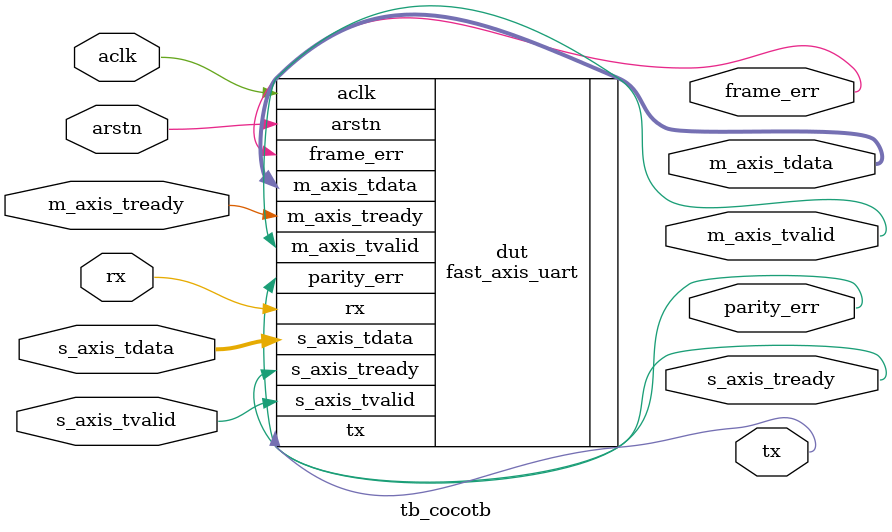
<source format=v>

`timescale 1ns/100ps

/*
 * Module: tb_cocotb
 *
 * Test bench for axis uart.
 *
* Parameters:
 *
 *   BAUD_CLOCK_SPEED - This is the aclk frequency in Hz
 *   BAUD_RATE        - Serial Baud, this can be any value including non-standard.
 *   PARITY_ENA       - Enable Parity for the data in and out.
 *   PARITY_TYPE      - Set the parity type, 0 = even, 1 = odd, 2 = mark, 3 = space.
 *   STOP_BITS        - Number of stop bits, 0 to crazy non-standard amounts.
 *   DATA_BITS        - Number of data bits, 1 to crazy non-standard amounts.
 *   RX_DELAY         - Delay in rx data input.
 *   RX_BAUD_DELAY    - Delay in rx baud enable. This will delay when we sample a bit (default is midpoint when rx delay is 0).
 *   TX_DELAY         - Delay in tx data output. Delays the time to output of the data.
 *   TX_BAUD_DELAY    - Delay in tx baud enable. This will delay the time the bit output starts.
 *   BUS_WIDTH        - AXIS data bus width in bytes.
 *
 * Ports:
 *
 *   aclk           - Clock for AXIS
 *   arstn          - Negative reset for AXIS
 *   parity_err     - Indicates error with parity check (active high)
 *   frame_err      - Indicates error with frame (active high)
 *   s_axis_tdata   - Input data for UART TX.
 *   s_axis_tvalid  - When set active high the input data is valid
 *   s_axis_tready  - When active high the device is ready for input data.
 *   m_axis_tdata   - Output data from UART RX
 *   m_axis_tvalid  - When active high the output data is valid
 *   m_axis_tready  - When set active high the output device is ready for data.
 *   uart_clk       - Clock used for BAUD rate generation
 *   uart_rstn      - Negative reset for UART, for anything clocked on uart_clk
 *   tx             - transmit for UART (output to RX)
 *   rx             - receive for UART (input from TX)
 *   rts            - request to send is a loop with CTS
 *   cts            - clear to send is a loop with RTS
 */
module tb_cocotb #(
    parameter CLOCK_SPEED = 2000000,
    parameter BAUD_RATE   = 2000000,
    parameter PARITY_TYPE = 0,
    parameter STOP_BITS   = 1,
    parameter DATA_BITS   = 8,
    parameter RX_BAUD_DELAY = 0,
    parameter TX_BAUD_DELAY = 0
  )
  (
    input          aclk,
    input          arstn,
    output         parity_err,
    output         frame_err,
    input  [ 7:0]  s_axis_tdata,
    input          s_axis_tvalid,
    output         s_axis_tready,
    output [ 7:0]  m_axis_tdata,
    output         m_axis_tvalid,
    input          m_axis_tready,
    output         tx,
    input          rx
  );

  // fst dump command
  initial begin
    $dumpfile ("tb_cocotb.fst");
    $dumpvars (0, tb_cocotb);
    #1;
  end
  
  //Group: Instantiated Modules

  /*
   * Module: dut
   *
   * Device under test, fast_axis_uart
   */
  fast_axis_uart #(
    .CLOCK_SPEED(CLOCK_SPEED),
    .BAUD_RATE(BAUD_RATE),
    .PARITY_TYPE(PARITY_TYPE),
    .STOP_BITS(STOP_BITS),
    .DATA_BITS(DATA_BITS),
    .RX_BAUD_DELAY(RX_BAUD_DELAY),
    .TX_BAUD_DELAY(TX_BAUD_DELAY)
  ) dut (
    .aclk(aclk),
    .arstn(arstn),
    .parity_err(parity_err),
    .frame_err(frame_err),
    .s_axis_tdata(s_axis_tdata),
    .s_axis_tvalid(s_axis_tvalid),
    .s_axis_tready(s_axis_tready),
    .m_axis_tdata(m_axis_tdata),
    .m_axis_tvalid(m_axis_tvalid),
    .m_axis_tready(m_axis_tready),
    .tx(tx),
    .rx(rx)
  );
  
endmodule


</source>
